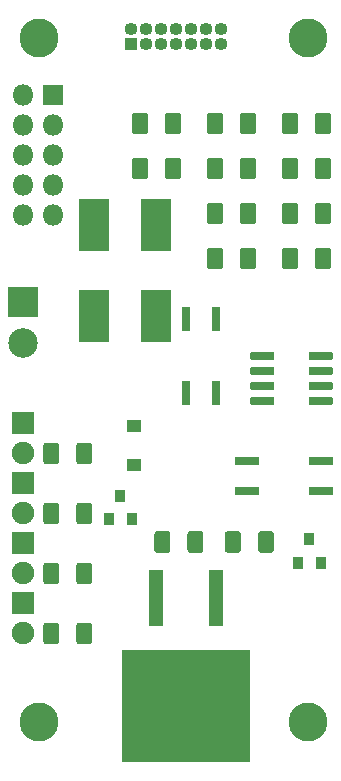
<source format=gbr>
%TF.GenerationSoftware,KiCad,Pcbnew,5.1.5+dfsg1-2build2*%
%TF.CreationDate,2021-11-04T20:17:12+01:00*%
%TF.ProjectId,ebus-adapter,65627573-2d61-4646-9170-7465722e6b69,rev?*%
%TF.SameCoordinates,Original*%
%TF.FileFunction,Soldermask,Top*%
%TF.FilePolarity,Negative*%
%FSLAX46Y46*%
G04 Gerber Fmt 4.6, Leading zero omitted, Abs format (unit mm)*
G04 Created by KiCad (PCBNEW 5.1.5+dfsg1-2build2) date 2021-11-04 20:17:12*
%MOMM*%
%LPD*%
G04 APERTURE LIST*
%ADD10R,2.500000X4.500000*%
%ADD11O,1.100000X1.100000*%
%ADD12R,1.100000X1.100000*%
%ADD13R,2.100000X0.740000*%
%ADD14R,10.900000X9.500000*%
%ADD15R,1.200000X4.700000*%
%ADD16R,0.740000X2.100000*%
%ADD17O,1.800000X1.800000*%
%ADD18R,1.800000X1.800000*%
%ADD19C,3.300000*%
%ADD20C,0.100000*%
%ADD21R,0.900000X1.000000*%
%ADD22R,1.300000X1.000000*%
%ADD23C,2.500000*%
%ADD24R,2.500000X2.500000*%
%ADD25C,1.900000*%
%ADD26R,1.900000X1.900000*%
G04 APERTURE END LIST*
D10*
%TO.C,D3*%
X76768000Y-110276000D03*
X76768000Y-102576000D03*
X71568000Y-102576000D03*
X71568000Y-110276000D03*
%TD*%
D11*
%TO.C,J8*%
X82296000Y-85979000D03*
X82296000Y-87249000D03*
X81026000Y-85979000D03*
X81026000Y-87249000D03*
X79756000Y-85979000D03*
X79756000Y-87249000D03*
X78486000Y-85979000D03*
X78486000Y-87249000D03*
X77216000Y-85979000D03*
X77216000Y-87249000D03*
X75946000Y-85979000D03*
X75946000Y-87249000D03*
X74676000Y-85979000D03*
D12*
X74676000Y-87249000D03*
%TD*%
D13*
%TO.C,U4*%
X84480000Y-125095000D03*
X84480000Y-122555000D03*
X90780000Y-122555000D03*
X90780000Y-125095000D03*
%TD*%
D14*
%TO.C,U3*%
X79375000Y-143329000D03*
D15*
X76835000Y-134179000D03*
X81915000Y-134179000D03*
%TD*%
D16*
%TO.C,U2*%
X81915000Y-116815000D03*
X79375000Y-116815000D03*
X79375000Y-110515000D03*
X81915000Y-110515000D03*
%TD*%
D17*
%TO.C,J3*%
X65532000Y-101727000D03*
X68072000Y-101727000D03*
X65532000Y-99187000D03*
X68072000Y-99187000D03*
X65532000Y-96647000D03*
X68072000Y-96647000D03*
X65532000Y-94107000D03*
X68072000Y-94107000D03*
X65532000Y-91567000D03*
D18*
X68072000Y-91567000D03*
%TD*%
D19*
%TO.C,H4*%
X89662000Y-144653000D03*
%TD*%
%TO.C,H3*%
X89662000Y-86741000D03*
%TD*%
%TO.C,H2*%
X66929000Y-144653000D03*
%TD*%
%TO.C,H1*%
X66929000Y-86741000D03*
%TD*%
D20*
%TO.C,U1*%
G36*
X91607153Y-113315843D02*
G01*
X91624141Y-113318363D01*
X91640800Y-113322535D01*
X91656970Y-113328321D01*
X91672494Y-113335664D01*
X91687225Y-113344493D01*
X91701019Y-113354723D01*
X91713744Y-113366256D01*
X91725277Y-113378981D01*
X91735507Y-113392775D01*
X91744336Y-113407506D01*
X91751679Y-113423030D01*
X91757465Y-113439200D01*
X91761637Y-113455859D01*
X91764157Y-113472847D01*
X91765000Y-113490000D01*
X91765000Y-113840000D01*
X91764157Y-113857153D01*
X91761637Y-113874141D01*
X91757465Y-113890800D01*
X91751679Y-113906970D01*
X91744336Y-113922494D01*
X91735507Y-113937225D01*
X91725277Y-113951019D01*
X91713744Y-113963744D01*
X91701019Y-113975277D01*
X91687225Y-113985507D01*
X91672494Y-113994336D01*
X91656970Y-114001679D01*
X91640800Y-114007465D01*
X91624141Y-114011637D01*
X91607153Y-114014157D01*
X91590000Y-114015000D01*
X89890000Y-114015000D01*
X89872847Y-114014157D01*
X89855859Y-114011637D01*
X89839200Y-114007465D01*
X89823030Y-114001679D01*
X89807506Y-113994336D01*
X89792775Y-113985507D01*
X89778981Y-113975277D01*
X89766256Y-113963744D01*
X89754723Y-113951019D01*
X89744493Y-113937225D01*
X89735664Y-113922494D01*
X89728321Y-113906970D01*
X89722535Y-113890800D01*
X89718363Y-113874141D01*
X89715843Y-113857153D01*
X89715000Y-113840000D01*
X89715000Y-113490000D01*
X89715843Y-113472847D01*
X89718363Y-113455859D01*
X89722535Y-113439200D01*
X89728321Y-113423030D01*
X89735664Y-113407506D01*
X89744493Y-113392775D01*
X89754723Y-113378981D01*
X89766256Y-113366256D01*
X89778981Y-113354723D01*
X89792775Y-113344493D01*
X89807506Y-113335664D01*
X89823030Y-113328321D01*
X89839200Y-113322535D01*
X89855859Y-113318363D01*
X89872847Y-113315843D01*
X89890000Y-113315000D01*
X91590000Y-113315000D01*
X91607153Y-113315843D01*
G37*
G36*
X91607153Y-114585843D02*
G01*
X91624141Y-114588363D01*
X91640800Y-114592535D01*
X91656970Y-114598321D01*
X91672494Y-114605664D01*
X91687225Y-114614493D01*
X91701019Y-114624723D01*
X91713744Y-114636256D01*
X91725277Y-114648981D01*
X91735507Y-114662775D01*
X91744336Y-114677506D01*
X91751679Y-114693030D01*
X91757465Y-114709200D01*
X91761637Y-114725859D01*
X91764157Y-114742847D01*
X91765000Y-114760000D01*
X91765000Y-115110000D01*
X91764157Y-115127153D01*
X91761637Y-115144141D01*
X91757465Y-115160800D01*
X91751679Y-115176970D01*
X91744336Y-115192494D01*
X91735507Y-115207225D01*
X91725277Y-115221019D01*
X91713744Y-115233744D01*
X91701019Y-115245277D01*
X91687225Y-115255507D01*
X91672494Y-115264336D01*
X91656970Y-115271679D01*
X91640800Y-115277465D01*
X91624141Y-115281637D01*
X91607153Y-115284157D01*
X91590000Y-115285000D01*
X89890000Y-115285000D01*
X89872847Y-115284157D01*
X89855859Y-115281637D01*
X89839200Y-115277465D01*
X89823030Y-115271679D01*
X89807506Y-115264336D01*
X89792775Y-115255507D01*
X89778981Y-115245277D01*
X89766256Y-115233744D01*
X89754723Y-115221019D01*
X89744493Y-115207225D01*
X89735664Y-115192494D01*
X89728321Y-115176970D01*
X89722535Y-115160800D01*
X89718363Y-115144141D01*
X89715843Y-115127153D01*
X89715000Y-115110000D01*
X89715000Y-114760000D01*
X89715843Y-114742847D01*
X89718363Y-114725859D01*
X89722535Y-114709200D01*
X89728321Y-114693030D01*
X89735664Y-114677506D01*
X89744493Y-114662775D01*
X89754723Y-114648981D01*
X89766256Y-114636256D01*
X89778981Y-114624723D01*
X89792775Y-114614493D01*
X89807506Y-114605664D01*
X89823030Y-114598321D01*
X89839200Y-114592535D01*
X89855859Y-114588363D01*
X89872847Y-114585843D01*
X89890000Y-114585000D01*
X91590000Y-114585000D01*
X91607153Y-114585843D01*
G37*
G36*
X91607153Y-115855843D02*
G01*
X91624141Y-115858363D01*
X91640800Y-115862535D01*
X91656970Y-115868321D01*
X91672494Y-115875664D01*
X91687225Y-115884493D01*
X91701019Y-115894723D01*
X91713744Y-115906256D01*
X91725277Y-115918981D01*
X91735507Y-115932775D01*
X91744336Y-115947506D01*
X91751679Y-115963030D01*
X91757465Y-115979200D01*
X91761637Y-115995859D01*
X91764157Y-116012847D01*
X91765000Y-116030000D01*
X91765000Y-116380000D01*
X91764157Y-116397153D01*
X91761637Y-116414141D01*
X91757465Y-116430800D01*
X91751679Y-116446970D01*
X91744336Y-116462494D01*
X91735507Y-116477225D01*
X91725277Y-116491019D01*
X91713744Y-116503744D01*
X91701019Y-116515277D01*
X91687225Y-116525507D01*
X91672494Y-116534336D01*
X91656970Y-116541679D01*
X91640800Y-116547465D01*
X91624141Y-116551637D01*
X91607153Y-116554157D01*
X91590000Y-116555000D01*
X89890000Y-116555000D01*
X89872847Y-116554157D01*
X89855859Y-116551637D01*
X89839200Y-116547465D01*
X89823030Y-116541679D01*
X89807506Y-116534336D01*
X89792775Y-116525507D01*
X89778981Y-116515277D01*
X89766256Y-116503744D01*
X89754723Y-116491019D01*
X89744493Y-116477225D01*
X89735664Y-116462494D01*
X89728321Y-116446970D01*
X89722535Y-116430800D01*
X89718363Y-116414141D01*
X89715843Y-116397153D01*
X89715000Y-116380000D01*
X89715000Y-116030000D01*
X89715843Y-116012847D01*
X89718363Y-115995859D01*
X89722535Y-115979200D01*
X89728321Y-115963030D01*
X89735664Y-115947506D01*
X89744493Y-115932775D01*
X89754723Y-115918981D01*
X89766256Y-115906256D01*
X89778981Y-115894723D01*
X89792775Y-115884493D01*
X89807506Y-115875664D01*
X89823030Y-115868321D01*
X89839200Y-115862535D01*
X89855859Y-115858363D01*
X89872847Y-115855843D01*
X89890000Y-115855000D01*
X91590000Y-115855000D01*
X91607153Y-115855843D01*
G37*
G36*
X91607153Y-117125843D02*
G01*
X91624141Y-117128363D01*
X91640800Y-117132535D01*
X91656970Y-117138321D01*
X91672494Y-117145664D01*
X91687225Y-117154493D01*
X91701019Y-117164723D01*
X91713744Y-117176256D01*
X91725277Y-117188981D01*
X91735507Y-117202775D01*
X91744336Y-117217506D01*
X91751679Y-117233030D01*
X91757465Y-117249200D01*
X91761637Y-117265859D01*
X91764157Y-117282847D01*
X91765000Y-117300000D01*
X91765000Y-117650000D01*
X91764157Y-117667153D01*
X91761637Y-117684141D01*
X91757465Y-117700800D01*
X91751679Y-117716970D01*
X91744336Y-117732494D01*
X91735507Y-117747225D01*
X91725277Y-117761019D01*
X91713744Y-117773744D01*
X91701019Y-117785277D01*
X91687225Y-117795507D01*
X91672494Y-117804336D01*
X91656970Y-117811679D01*
X91640800Y-117817465D01*
X91624141Y-117821637D01*
X91607153Y-117824157D01*
X91590000Y-117825000D01*
X89890000Y-117825000D01*
X89872847Y-117824157D01*
X89855859Y-117821637D01*
X89839200Y-117817465D01*
X89823030Y-117811679D01*
X89807506Y-117804336D01*
X89792775Y-117795507D01*
X89778981Y-117785277D01*
X89766256Y-117773744D01*
X89754723Y-117761019D01*
X89744493Y-117747225D01*
X89735664Y-117732494D01*
X89728321Y-117716970D01*
X89722535Y-117700800D01*
X89718363Y-117684141D01*
X89715843Y-117667153D01*
X89715000Y-117650000D01*
X89715000Y-117300000D01*
X89715843Y-117282847D01*
X89718363Y-117265859D01*
X89722535Y-117249200D01*
X89728321Y-117233030D01*
X89735664Y-117217506D01*
X89744493Y-117202775D01*
X89754723Y-117188981D01*
X89766256Y-117176256D01*
X89778981Y-117164723D01*
X89792775Y-117154493D01*
X89807506Y-117145664D01*
X89823030Y-117138321D01*
X89839200Y-117132535D01*
X89855859Y-117128363D01*
X89872847Y-117125843D01*
X89890000Y-117125000D01*
X91590000Y-117125000D01*
X91607153Y-117125843D01*
G37*
G36*
X86657153Y-117125843D02*
G01*
X86674141Y-117128363D01*
X86690800Y-117132535D01*
X86706970Y-117138321D01*
X86722494Y-117145664D01*
X86737225Y-117154493D01*
X86751019Y-117164723D01*
X86763744Y-117176256D01*
X86775277Y-117188981D01*
X86785507Y-117202775D01*
X86794336Y-117217506D01*
X86801679Y-117233030D01*
X86807465Y-117249200D01*
X86811637Y-117265859D01*
X86814157Y-117282847D01*
X86815000Y-117300000D01*
X86815000Y-117650000D01*
X86814157Y-117667153D01*
X86811637Y-117684141D01*
X86807465Y-117700800D01*
X86801679Y-117716970D01*
X86794336Y-117732494D01*
X86785507Y-117747225D01*
X86775277Y-117761019D01*
X86763744Y-117773744D01*
X86751019Y-117785277D01*
X86737225Y-117795507D01*
X86722494Y-117804336D01*
X86706970Y-117811679D01*
X86690800Y-117817465D01*
X86674141Y-117821637D01*
X86657153Y-117824157D01*
X86640000Y-117825000D01*
X84940000Y-117825000D01*
X84922847Y-117824157D01*
X84905859Y-117821637D01*
X84889200Y-117817465D01*
X84873030Y-117811679D01*
X84857506Y-117804336D01*
X84842775Y-117795507D01*
X84828981Y-117785277D01*
X84816256Y-117773744D01*
X84804723Y-117761019D01*
X84794493Y-117747225D01*
X84785664Y-117732494D01*
X84778321Y-117716970D01*
X84772535Y-117700800D01*
X84768363Y-117684141D01*
X84765843Y-117667153D01*
X84765000Y-117650000D01*
X84765000Y-117300000D01*
X84765843Y-117282847D01*
X84768363Y-117265859D01*
X84772535Y-117249200D01*
X84778321Y-117233030D01*
X84785664Y-117217506D01*
X84794493Y-117202775D01*
X84804723Y-117188981D01*
X84816256Y-117176256D01*
X84828981Y-117164723D01*
X84842775Y-117154493D01*
X84857506Y-117145664D01*
X84873030Y-117138321D01*
X84889200Y-117132535D01*
X84905859Y-117128363D01*
X84922847Y-117125843D01*
X84940000Y-117125000D01*
X86640000Y-117125000D01*
X86657153Y-117125843D01*
G37*
G36*
X86657153Y-115855843D02*
G01*
X86674141Y-115858363D01*
X86690800Y-115862535D01*
X86706970Y-115868321D01*
X86722494Y-115875664D01*
X86737225Y-115884493D01*
X86751019Y-115894723D01*
X86763744Y-115906256D01*
X86775277Y-115918981D01*
X86785507Y-115932775D01*
X86794336Y-115947506D01*
X86801679Y-115963030D01*
X86807465Y-115979200D01*
X86811637Y-115995859D01*
X86814157Y-116012847D01*
X86815000Y-116030000D01*
X86815000Y-116380000D01*
X86814157Y-116397153D01*
X86811637Y-116414141D01*
X86807465Y-116430800D01*
X86801679Y-116446970D01*
X86794336Y-116462494D01*
X86785507Y-116477225D01*
X86775277Y-116491019D01*
X86763744Y-116503744D01*
X86751019Y-116515277D01*
X86737225Y-116525507D01*
X86722494Y-116534336D01*
X86706970Y-116541679D01*
X86690800Y-116547465D01*
X86674141Y-116551637D01*
X86657153Y-116554157D01*
X86640000Y-116555000D01*
X84940000Y-116555000D01*
X84922847Y-116554157D01*
X84905859Y-116551637D01*
X84889200Y-116547465D01*
X84873030Y-116541679D01*
X84857506Y-116534336D01*
X84842775Y-116525507D01*
X84828981Y-116515277D01*
X84816256Y-116503744D01*
X84804723Y-116491019D01*
X84794493Y-116477225D01*
X84785664Y-116462494D01*
X84778321Y-116446970D01*
X84772535Y-116430800D01*
X84768363Y-116414141D01*
X84765843Y-116397153D01*
X84765000Y-116380000D01*
X84765000Y-116030000D01*
X84765843Y-116012847D01*
X84768363Y-115995859D01*
X84772535Y-115979200D01*
X84778321Y-115963030D01*
X84785664Y-115947506D01*
X84794493Y-115932775D01*
X84804723Y-115918981D01*
X84816256Y-115906256D01*
X84828981Y-115894723D01*
X84842775Y-115884493D01*
X84857506Y-115875664D01*
X84873030Y-115868321D01*
X84889200Y-115862535D01*
X84905859Y-115858363D01*
X84922847Y-115855843D01*
X84940000Y-115855000D01*
X86640000Y-115855000D01*
X86657153Y-115855843D01*
G37*
G36*
X86657153Y-114585843D02*
G01*
X86674141Y-114588363D01*
X86690800Y-114592535D01*
X86706970Y-114598321D01*
X86722494Y-114605664D01*
X86737225Y-114614493D01*
X86751019Y-114624723D01*
X86763744Y-114636256D01*
X86775277Y-114648981D01*
X86785507Y-114662775D01*
X86794336Y-114677506D01*
X86801679Y-114693030D01*
X86807465Y-114709200D01*
X86811637Y-114725859D01*
X86814157Y-114742847D01*
X86815000Y-114760000D01*
X86815000Y-115110000D01*
X86814157Y-115127153D01*
X86811637Y-115144141D01*
X86807465Y-115160800D01*
X86801679Y-115176970D01*
X86794336Y-115192494D01*
X86785507Y-115207225D01*
X86775277Y-115221019D01*
X86763744Y-115233744D01*
X86751019Y-115245277D01*
X86737225Y-115255507D01*
X86722494Y-115264336D01*
X86706970Y-115271679D01*
X86690800Y-115277465D01*
X86674141Y-115281637D01*
X86657153Y-115284157D01*
X86640000Y-115285000D01*
X84940000Y-115285000D01*
X84922847Y-115284157D01*
X84905859Y-115281637D01*
X84889200Y-115277465D01*
X84873030Y-115271679D01*
X84857506Y-115264336D01*
X84842775Y-115255507D01*
X84828981Y-115245277D01*
X84816256Y-115233744D01*
X84804723Y-115221019D01*
X84794493Y-115207225D01*
X84785664Y-115192494D01*
X84778321Y-115176970D01*
X84772535Y-115160800D01*
X84768363Y-115144141D01*
X84765843Y-115127153D01*
X84765000Y-115110000D01*
X84765000Y-114760000D01*
X84765843Y-114742847D01*
X84768363Y-114725859D01*
X84772535Y-114709200D01*
X84778321Y-114693030D01*
X84785664Y-114677506D01*
X84794493Y-114662775D01*
X84804723Y-114648981D01*
X84816256Y-114636256D01*
X84828981Y-114624723D01*
X84842775Y-114614493D01*
X84857506Y-114605664D01*
X84873030Y-114598321D01*
X84889200Y-114592535D01*
X84905859Y-114588363D01*
X84922847Y-114585843D01*
X84940000Y-114585000D01*
X86640000Y-114585000D01*
X86657153Y-114585843D01*
G37*
G36*
X86657153Y-113315843D02*
G01*
X86674141Y-113318363D01*
X86690800Y-113322535D01*
X86706970Y-113328321D01*
X86722494Y-113335664D01*
X86737225Y-113344493D01*
X86751019Y-113354723D01*
X86763744Y-113366256D01*
X86775277Y-113378981D01*
X86785507Y-113392775D01*
X86794336Y-113407506D01*
X86801679Y-113423030D01*
X86807465Y-113439200D01*
X86811637Y-113455859D01*
X86814157Y-113472847D01*
X86815000Y-113490000D01*
X86815000Y-113840000D01*
X86814157Y-113857153D01*
X86811637Y-113874141D01*
X86807465Y-113890800D01*
X86801679Y-113906970D01*
X86794336Y-113922494D01*
X86785507Y-113937225D01*
X86775277Y-113951019D01*
X86763744Y-113963744D01*
X86751019Y-113975277D01*
X86737225Y-113985507D01*
X86722494Y-113994336D01*
X86706970Y-114001679D01*
X86690800Y-114007465D01*
X86674141Y-114011637D01*
X86657153Y-114014157D01*
X86640000Y-114015000D01*
X84940000Y-114015000D01*
X84922847Y-114014157D01*
X84905859Y-114011637D01*
X84889200Y-114007465D01*
X84873030Y-114001679D01*
X84857506Y-113994336D01*
X84842775Y-113985507D01*
X84828981Y-113975277D01*
X84816256Y-113963744D01*
X84804723Y-113951019D01*
X84794493Y-113937225D01*
X84785664Y-113922494D01*
X84778321Y-113906970D01*
X84772535Y-113890800D01*
X84768363Y-113874141D01*
X84765843Y-113857153D01*
X84765000Y-113840000D01*
X84765000Y-113490000D01*
X84765843Y-113472847D01*
X84768363Y-113455859D01*
X84772535Y-113439200D01*
X84778321Y-113423030D01*
X84785664Y-113407506D01*
X84794493Y-113392775D01*
X84804723Y-113378981D01*
X84816256Y-113366256D01*
X84828981Y-113354723D01*
X84842775Y-113344493D01*
X84857506Y-113335664D01*
X84873030Y-113328321D01*
X84889200Y-113322535D01*
X84905859Y-113318363D01*
X84922847Y-113315843D01*
X84940000Y-113315000D01*
X86640000Y-113315000D01*
X86657153Y-113315843D01*
G37*
%TD*%
D21*
%TO.C,Q1*%
X73787000Y-125492000D03*
X74737000Y-127492000D03*
X72837000Y-127492000D03*
%TD*%
%TO.C,D7*%
X89789000Y-129175000D03*
X90739000Y-131175000D03*
X88839000Y-131175000D03*
%TD*%
D22*
%TO.C,D1*%
X74930000Y-122935000D03*
X74930000Y-119635000D03*
%TD*%
D20*
%TO.C,R19*%
G36*
X71173465Y-120996300D02*
G01*
X71199674Y-121000188D01*
X71225377Y-121006626D01*
X71250325Y-121015553D01*
X71274277Y-121026881D01*
X71297004Y-121040503D01*
X71318286Y-121056287D01*
X71337919Y-121074081D01*
X71355713Y-121093714D01*
X71371497Y-121114996D01*
X71385119Y-121137723D01*
X71396447Y-121161675D01*
X71405374Y-121186623D01*
X71411812Y-121212326D01*
X71415700Y-121238535D01*
X71417000Y-121265000D01*
X71417000Y-122575000D01*
X71415700Y-122601465D01*
X71411812Y-122627674D01*
X71405374Y-122653377D01*
X71396447Y-122678325D01*
X71385119Y-122702277D01*
X71371497Y-122725004D01*
X71355713Y-122746286D01*
X71337919Y-122765919D01*
X71318286Y-122783713D01*
X71297004Y-122799497D01*
X71274277Y-122813119D01*
X71250325Y-122824447D01*
X71225377Y-122833374D01*
X71199674Y-122839812D01*
X71173465Y-122843700D01*
X71147000Y-122845000D01*
X70337000Y-122845000D01*
X70310535Y-122843700D01*
X70284326Y-122839812D01*
X70258623Y-122833374D01*
X70233675Y-122824447D01*
X70209723Y-122813119D01*
X70186996Y-122799497D01*
X70165714Y-122783713D01*
X70146081Y-122765919D01*
X70128287Y-122746286D01*
X70112503Y-122725004D01*
X70098881Y-122702277D01*
X70087553Y-122678325D01*
X70078626Y-122653377D01*
X70072188Y-122627674D01*
X70068300Y-122601465D01*
X70067000Y-122575000D01*
X70067000Y-121265000D01*
X70068300Y-121238535D01*
X70072188Y-121212326D01*
X70078626Y-121186623D01*
X70087553Y-121161675D01*
X70098881Y-121137723D01*
X70112503Y-121114996D01*
X70128287Y-121093714D01*
X70146081Y-121074081D01*
X70165714Y-121056287D01*
X70186996Y-121040503D01*
X70209723Y-121026881D01*
X70233675Y-121015553D01*
X70258623Y-121006626D01*
X70284326Y-121000188D01*
X70310535Y-120996300D01*
X70337000Y-120995000D01*
X71147000Y-120995000D01*
X71173465Y-120996300D01*
G37*
G36*
X68373465Y-120996300D02*
G01*
X68399674Y-121000188D01*
X68425377Y-121006626D01*
X68450325Y-121015553D01*
X68474277Y-121026881D01*
X68497004Y-121040503D01*
X68518286Y-121056287D01*
X68537919Y-121074081D01*
X68555713Y-121093714D01*
X68571497Y-121114996D01*
X68585119Y-121137723D01*
X68596447Y-121161675D01*
X68605374Y-121186623D01*
X68611812Y-121212326D01*
X68615700Y-121238535D01*
X68617000Y-121265000D01*
X68617000Y-122575000D01*
X68615700Y-122601465D01*
X68611812Y-122627674D01*
X68605374Y-122653377D01*
X68596447Y-122678325D01*
X68585119Y-122702277D01*
X68571497Y-122725004D01*
X68555713Y-122746286D01*
X68537919Y-122765919D01*
X68518286Y-122783713D01*
X68497004Y-122799497D01*
X68474277Y-122813119D01*
X68450325Y-122824447D01*
X68425377Y-122833374D01*
X68399674Y-122839812D01*
X68373465Y-122843700D01*
X68347000Y-122845000D01*
X67537000Y-122845000D01*
X67510535Y-122843700D01*
X67484326Y-122839812D01*
X67458623Y-122833374D01*
X67433675Y-122824447D01*
X67409723Y-122813119D01*
X67386996Y-122799497D01*
X67365714Y-122783713D01*
X67346081Y-122765919D01*
X67328287Y-122746286D01*
X67312503Y-122725004D01*
X67298881Y-122702277D01*
X67287553Y-122678325D01*
X67278626Y-122653377D01*
X67272188Y-122627674D01*
X67268300Y-122601465D01*
X67267000Y-122575000D01*
X67267000Y-121265000D01*
X67268300Y-121238535D01*
X67272188Y-121212326D01*
X67278626Y-121186623D01*
X67287553Y-121161675D01*
X67298881Y-121137723D01*
X67312503Y-121114996D01*
X67328287Y-121093714D01*
X67346081Y-121074081D01*
X67365714Y-121056287D01*
X67386996Y-121040503D01*
X67409723Y-121026881D01*
X67433675Y-121015553D01*
X67458623Y-121006626D01*
X67484326Y-121000188D01*
X67510535Y-120996300D01*
X67537000Y-120995000D01*
X68347000Y-120995000D01*
X68373465Y-120996300D01*
G37*
%TD*%
%TO.C,R17*%
G36*
X71173465Y-136236300D02*
G01*
X71199674Y-136240188D01*
X71225377Y-136246626D01*
X71250325Y-136255553D01*
X71274277Y-136266881D01*
X71297004Y-136280503D01*
X71318286Y-136296287D01*
X71337919Y-136314081D01*
X71355713Y-136333714D01*
X71371497Y-136354996D01*
X71385119Y-136377723D01*
X71396447Y-136401675D01*
X71405374Y-136426623D01*
X71411812Y-136452326D01*
X71415700Y-136478535D01*
X71417000Y-136505000D01*
X71417000Y-137815000D01*
X71415700Y-137841465D01*
X71411812Y-137867674D01*
X71405374Y-137893377D01*
X71396447Y-137918325D01*
X71385119Y-137942277D01*
X71371497Y-137965004D01*
X71355713Y-137986286D01*
X71337919Y-138005919D01*
X71318286Y-138023713D01*
X71297004Y-138039497D01*
X71274277Y-138053119D01*
X71250325Y-138064447D01*
X71225377Y-138073374D01*
X71199674Y-138079812D01*
X71173465Y-138083700D01*
X71147000Y-138085000D01*
X70337000Y-138085000D01*
X70310535Y-138083700D01*
X70284326Y-138079812D01*
X70258623Y-138073374D01*
X70233675Y-138064447D01*
X70209723Y-138053119D01*
X70186996Y-138039497D01*
X70165714Y-138023713D01*
X70146081Y-138005919D01*
X70128287Y-137986286D01*
X70112503Y-137965004D01*
X70098881Y-137942277D01*
X70087553Y-137918325D01*
X70078626Y-137893377D01*
X70072188Y-137867674D01*
X70068300Y-137841465D01*
X70067000Y-137815000D01*
X70067000Y-136505000D01*
X70068300Y-136478535D01*
X70072188Y-136452326D01*
X70078626Y-136426623D01*
X70087553Y-136401675D01*
X70098881Y-136377723D01*
X70112503Y-136354996D01*
X70128287Y-136333714D01*
X70146081Y-136314081D01*
X70165714Y-136296287D01*
X70186996Y-136280503D01*
X70209723Y-136266881D01*
X70233675Y-136255553D01*
X70258623Y-136246626D01*
X70284326Y-136240188D01*
X70310535Y-136236300D01*
X70337000Y-136235000D01*
X71147000Y-136235000D01*
X71173465Y-136236300D01*
G37*
G36*
X68373465Y-136236300D02*
G01*
X68399674Y-136240188D01*
X68425377Y-136246626D01*
X68450325Y-136255553D01*
X68474277Y-136266881D01*
X68497004Y-136280503D01*
X68518286Y-136296287D01*
X68537919Y-136314081D01*
X68555713Y-136333714D01*
X68571497Y-136354996D01*
X68585119Y-136377723D01*
X68596447Y-136401675D01*
X68605374Y-136426623D01*
X68611812Y-136452326D01*
X68615700Y-136478535D01*
X68617000Y-136505000D01*
X68617000Y-137815000D01*
X68615700Y-137841465D01*
X68611812Y-137867674D01*
X68605374Y-137893377D01*
X68596447Y-137918325D01*
X68585119Y-137942277D01*
X68571497Y-137965004D01*
X68555713Y-137986286D01*
X68537919Y-138005919D01*
X68518286Y-138023713D01*
X68497004Y-138039497D01*
X68474277Y-138053119D01*
X68450325Y-138064447D01*
X68425377Y-138073374D01*
X68399674Y-138079812D01*
X68373465Y-138083700D01*
X68347000Y-138085000D01*
X67537000Y-138085000D01*
X67510535Y-138083700D01*
X67484326Y-138079812D01*
X67458623Y-138073374D01*
X67433675Y-138064447D01*
X67409723Y-138053119D01*
X67386996Y-138039497D01*
X67365714Y-138023713D01*
X67346081Y-138005919D01*
X67328287Y-137986286D01*
X67312503Y-137965004D01*
X67298881Y-137942277D01*
X67287553Y-137918325D01*
X67278626Y-137893377D01*
X67272188Y-137867674D01*
X67268300Y-137841465D01*
X67267000Y-137815000D01*
X67267000Y-136505000D01*
X67268300Y-136478535D01*
X67272188Y-136452326D01*
X67278626Y-136426623D01*
X67287553Y-136401675D01*
X67298881Y-136377723D01*
X67312503Y-136354996D01*
X67328287Y-136333714D01*
X67346081Y-136314081D01*
X67365714Y-136296287D01*
X67386996Y-136280503D01*
X67409723Y-136266881D01*
X67433675Y-136255553D01*
X67458623Y-136246626D01*
X67484326Y-136240188D01*
X67510535Y-136236300D01*
X67537000Y-136235000D01*
X68347000Y-136235000D01*
X68373465Y-136236300D01*
G37*
%TD*%
%TO.C,R16*%
G36*
X71173465Y-126076300D02*
G01*
X71199674Y-126080188D01*
X71225377Y-126086626D01*
X71250325Y-126095553D01*
X71274277Y-126106881D01*
X71297004Y-126120503D01*
X71318286Y-126136287D01*
X71337919Y-126154081D01*
X71355713Y-126173714D01*
X71371497Y-126194996D01*
X71385119Y-126217723D01*
X71396447Y-126241675D01*
X71405374Y-126266623D01*
X71411812Y-126292326D01*
X71415700Y-126318535D01*
X71417000Y-126345000D01*
X71417000Y-127655000D01*
X71415700Y-127681465D01*
X71411812Y-127707674D01*
X71405374Y-127733377D01*
X71396447Y-127758325D01*
X71385119Y-127782277D01*
X71371497Y-127805004D01*
X71355713Y-127826286D01*
X71337919Y-127845919D01*
X71318286Y-127863713D01*
X71297004Y-127879497D01*
X71274277Y-127893119D01*
X71250325Y-127904447D01*
X71225377Y-127913374D01*
X71199674Y-127919812D01*
X71173465Y-127923700D01*
X71147000Y-127925000D01*
X70337000Y-127925000D01*
X70310535Y-127923700D01*
X70284326Y-127919812D01*
X70258623Y-127913374D01*
X70233675Y-127904447D01*
X70209723Y-127893119D01*
X70186996Y-127879497D01*
X70165714Y-127863713D01*
X70146081Y-127845919D01*
X70128287Y-127826286D01*
X70112503Y-127805004D01*
X70098881Y-127782277D01*
X70087553Y-127758325D01*
X70078626Y-127733377D01*
X70072188Y-127707674D01*
X70068300Y-127681465D01*
X70067000Y-127655000D01*
X70067000Y-126345000D01*
X70068300Y-126318535D01*
X70072188Y-126292326D01*
X70078626Y-126266623D01*
X70087553Y-126241675D01*
X70098881Y-126217723D01*
X70112503Y-126194996D01*
X70128287Y-126173714D01*
X70146081Y-126154081D01*
X70165714Y-126136287D01*
X70186996Y-126120503D01*
X70209723Y-126106881D01*
X70233675Y-126095553D01*
X70258623Y-126086626D01*
X70284326Y-126080188D01*
X70310535Y-126076300D01*
X70337000Y-126075000D01*
X71147000Y-126075000D01*
X71173465Y-126076300D01*
G37*
G36*
X68373465Y-126076300D02*
G01*
X68399674Y-126080188D01*
X68425377Y-126086626D01*
X68450325Y-126095553D01*
X68474277Y-126106881D01*
X68497004Y-126120503D01*
X68518286Y-126136287D01*
X68537919Y-126154081D01*
X68555713Y-126173714D01*
X68571497Y-126194996D01*
X68585119Y-126217723D01*
X68596447Y-126241675D01*
X68605374Y-126266623D01*
X68611812Y-126292326D01*
X68615700Y-126318535D01*
X68617000Y-126345000D01*
X68617000Y-127655000D01*
X68615700Y-127681465D01*
X68611812Y-127707674D01*
X68605374Y-127733377D01*
X68596447Y-127758325D01*
X68585119Y-127782277D01*
X68571497Y-127805004D01*
X68555713Y-127826286D01*
X68537919Y-127845919D01*
X68518286Y-127863713D01*
X68497004Y-127879497D01*
X68474277Y-127893119D01*
X68450325Y-127904447D01*
X68425377Y-127913374D01*
X68399674Y-127919812D01*
X68373465Y-127923700D01*
X68347000Y-127925000D01*
X67537000Y-127925000D01*
X67510535Y-127923700D01*
X67484326Y-127919812D01*
X67458623Y-127913374D01*
X67433675Y-127904447D01*
X67409723Y-127893119D01*
X67386996Y-127879497D01*
X67365714Y-127863713D01*
X67346081Y-127845919D01*
X67328287Y-127826286D01*
X67312503Y-127805004D01*
X67298881Y-127782277D01*
X67287553Y-127758325D01*
X67278626Y-127733377D01*
X67272188Y-127707674D01*
X67268300Y-127681465D01*
X67267000Y-127655000D01*
X67267000Y-126345000D01*
X67268300Y-126318535D01*
X67272188Y-126292326D01*
X67278626Y-126266623D01*
X67287553Y-126241675D01*
X67298881Y-126217723D01*
X67312503Y-126194996D01*
X67328287Y-126173714D01*
X67346081Y-126154081D01*
X67365714Y-126136287D01*
X67386996Y-126120503D01*
X67409723Y-126106881D01*
X67433675Y-126095553D01*
X67458623Y-126086626D01*
X67484326Y-126080188D01*
X67510535Y-126076300D01*
X67537000Y-126075000D01*
X68347000Y-126075000D01*
X68373465Y-126076300D01*
G37*
%TD*%
%TO.C,R15*%
G36*
X78666465Y-93056300D02*
G01*
X78692674Y-93060188D01*
X78718377Y-93066626D01*
X78743325Y-93075553D01*
X78767277Y-93086881D01*
X78790004Y-93100503D01*
X78811286Y-93116287D01*
X78830919Y-93134081D01*
X78848713Y-93153714D01*
X78864497Y-93174996D01*
X78878119Y-93197723D01*
X78889447Y-93221675D01*
X78898374Y-93246623D01*
X78904812Y-93272326D01*
X78908700Y-93298535D01*
X78910000Y-93325000D01*
X78910000Y-94635000D01*
X78908700Y-94661465D01*
X78904812Y-94687674D01*
X78898374Y-94713377D01*
X78889447Y-94738325D01*
X78878119Y-94762277D01*
X78864497Y-94785004D01*
X78848713Y-94806286D01*
X78830919Y-94825919D01*
X78811286Y-94843713D01*
X78790004Y-94859497D01*
X78767277Y-94873119D01*
X78743325Y-94884447D01*
X78718377Y-94893374D01*
X78692674Y-94899812D01*
X78666465Y-94903700D01*
X78640000Y-94905000D01*
X77830000Y-94905000D01*
X77803535Y-94903700D01*
X77777326Y-94899812D01*
X77751623Y-94893374D01*
X77726675Y-94884447D01*
X77702723Y-94873119D01*
X77679996Y-94859497D01*
X77658714Y-94843713D01*
X77639081Y-94825919D01*
X77621287Y-94806286D01*
X77605503Y-94785004D01*
X77591881Y-94762277D01*
X77580553Y-94738325D01*
X77571626Y-94713377D01*
X77565188Y-94687674D01*
X77561300Y-94661465D01*
X77560000Y-94635000D01*
X77560000Y-93325000D01*
X77561300Y-93298535D01*
X77565188Y-93272326D01*
X77571626Y-93246623D01*
X77580553Y-93221675D01*
X77591881Y-93197723D01*
X77605503Y-93174996D01*
X77621287Y-93153714D01*
X77639081Y-93134081D01*
X77658714Y-93116287D01*
X77679996Y-93100503D01*
X77702723Y-93086881D01*
X77726675Y-93075553D01*
X77751623Y-93066626D01*
X77777326Y-93060188D01*
X77803535Y-93056300D01*
X77830000Y-93055000D01*
X78640000Y-93055000D01*
X78666465Y-93056300D01*
G37*
G36*
X75866465Y-93056300D02*
G01*
X75892674Y-93060188D01*
X75918377Y-93066626D01*
X75943325Y-93075553D01*
X75967277Y-93086881D01*
X75990004Y-93100503D01*
X76011286Y-93116287D01*
X76030919Y-93134081D01*
X76048713Y-93153714D01*
X76064497Y-93174996D01*
X76078119Y-93197723D01*
X76089447Y-93221675D01*
X76098374Y-93246623D01*
X76104812Y-93272326D01*
X76108700Y-93298535D01*
X76110000Y-93325000D01*
X76110000Y-94635000D01*
X76108700Y-94661465D01*
X76104812Y-94687674D01*
X76098374Y-94713377D01*
X76089447Y-94738325D01*
X76078119Y-94762277D01*
X76064497Y-94785004D01*
X76048713Y-94806286D01*
X76030919Y-94825919D01*
X76011286Y-94843713D01*
X75990004Y-94859497D01*
X75967277Y-94873119D01*
X75943325Y-94884447D01*
X75918377Y-94893374D01*
X75892674Y-94899812D01*
X75866465Y-94903700D01*
X75840000Y-94905000D01*
X75030000Y-94905000D01*
X75003535Y-94903700D01*
X74977326Y-94899812D01*
X74951623Y-94893374D01*
X74926675Y-94884447D01*
X74902723Y-94873119D01*
X74879996Y-94859497D01*
X74858714Y-94843713D01*
X74839081Y-94825919D01*
X74821287Y-94806286D01*
X74805503Y-94785004D01*
X74791881Y-94762277D01*
X74780553Y-94738325D01*
X74771626Y-94713377D01*
X74765188Y-94687674D01*
X74761300Y-94661465D01*
X74760000Y-94635000D01*
X74760000Y-93325000D01*
X74761300Y-93298535D01*
X74765188Y-93272326D01*
X74771626Y-93246623D01*
X74780553Y-93221675D01*
X74791881Y-93197723D01*
X74805503Y-93174996D01*
X74821287Y-93153714D01*
X74839081Y-93134081D01*
X74858714Y-93116287D01*
X74879996Y-93100503D01*
X74902723Y-93086881D01*
X74926675Y-93075553D01*
X74951623Y-93066626D01*
X74977326Y-93060188D01*
X75003535Y-93056300D01*
X75030000Y-93055000D01*
X75840000Y-93055000D01*
X75866465Y-93056300D01*
G37*
%TD*%
%TO.C,R14*%
G36*
X82216465Y-104486300D02*
G01*
X82242674Y-104490188D01*
X82268377Y-104496626D01*
X82293325Y-104505553D01*
X82317277Y-104516881D01*
X82340004Y-104530503D01*
X82361286Y-104546287D01*
X82380919Y-104564081D01*
X82398713Y-104583714D01*
X82414497Y-104604996D01*
X82428119Y-104627723D01*
X82439447Y-104651675D01*
X82448374Y-104676623D01*
X82454812Y-104702326D01*
X82458700Y-104728535D01*
X82460000Y-104755000D01*
X82460000Y-106065000D01*
X82458700Y-106091465D01*
X82454812Y-106117674D01*
X82448374Y-106143377D01*
X82439447Y-106168325D01*
X82428119Y-106192277D01*
X82414497Y-106215004D01*
X82398713Y-106236286D01*
X82380919Y-106255919D01*
X82361286Y-106273713D01*
X82340004Y-106289497D01*
X82317277Y-106303119D01*
X82293325Y-106314447D01*
X82268377Y-106323374D01*
X82242674Y-106329812D01*
X82216465Y-106333700D01*
X82190000Y-106335000D01*
X81380000Y-106335000D01*
X81353535Y-106333700D01*
X81327326Y-106329812D01*
X81301623Y-106323374D01*
X81276675Y-106314447D01*
X81252723Y-106303119D01*
X81229996Y-106289497D01*
X81208714Y-106273713D01*
X81189081Y-106255919D01*
X81171287Y-106236286D01*
X81155503Y-106215004D01*
X81141881Y-106192277D01*
X81130553Y-106168325D01*
X81121626Y-106143377D01*
X81115188Y-106117674D01*
X81111300Y-106091465D01*
X81110000Y-106065000D01*
X81110000Y-104755000D01*
X81111300Y-104728535D01*
X81115188Y-104702326D01*
X81121626Y-104676623D01*
X81130553Y-104651675D01*
X81141881Y-104627723D01*
X81155503Y-104604996D01*
X81171287Y-104583714D01*
X81189081Y-104564081D01*
X81208714Y-104546287D01*
X81229996Y-104530503D01*
X81252723Y-104516881D01*
X81276675Y-104505553D01*
X81301623Y-104496626D01*
X81327326Y-104490188D01*
X81353535Y-104486300D01*
X81380000Y-104485000D01*
X82190000Y-104485000D01*
X82216465Y-104486300D01*
G37*
G36*
X85016465Y-104486300D02*
G01*
X85042674Y-104490188D01*
X85068377Y-104496626D01*
X85093325Y-104505553D01*
X85117277Y-104516881D01*
X85140004Y-104530503D01*
X85161286Y-104546287D01*
X85180919Y-104564081D01*
X85198713Y-104583714D01*
X85214497Y-104604996D01*
X85228119Y-104627723D01*
X85239447Y-104651675D01*
X85248374Y-104676623D01*
X85254812Y-104702326D01*
X85258700Y-104728535D01*
X85260000Y-104755000D01*
X85260000Y-106065000D01*
X85258700Y-106091465D01*
X85254812Y-106117674D01*
X85248374Y-106143377D01*
X85239447Y-106168325D01*
X85228119Y-106192277D01*
X85214497Y-106215004D01*
X85198713Y-106236286D01*
X85180919Y-106255919D01*
X85161286Y-106273713D01*
X85140004Y-106289497D01*
X85117277Y-106303119D01*
X85093325Y-106314447D01*
X85068377Y-106323374D01*
X85042674Y-106329812D01*
X85016465Y-106333700D01*
X84990000Y-106335000D01*
X84180000Y-106335000D01*
X84153535Y-106333700D01*
X84127326Y-106329812D01*
X84101623Y-106323374D01*
X84076675Y-106314447D01*
X84052723Y-106303119D01*
X84029996Y-106289497D01*
X84008714Y-106273713D01*
X83989081Y-106255919D01*
X83971287Y-106236286D01*
X83955503Y-106215004D01*
X83941881Y-106192277D01*
X83930553Y-106168325D01*
X83921626Y-106143377D01*
X83915188Y-106117674D01*
X83911300Y-106091465D01*
X83910000Y-106065000D01*
X83910000Y-104755000D01*
X83911300Y-104728535D01*
X83915188Y-104702326D01*
X83921626Y-104676623D01*
X83930553Y-104651675D01*
X83941881Y-104627723D01*
X83955503Y-104604996D01*
X83971287Y-104583714D01*
X83989081Y-104564081D01*
X84008714Y-104546287D01*
X84029996Y-104530503D01*
X84052723Y-104516881D01*
X84076675Y-104505553D01*
X84101623Y-104496626D01*
X84127326Y-104490188D01*
X84153535Y-104486300D01*
X84180000Y-104485000D01*
X84990000Y-104485000D01*
X85016465Y-104486300D01*
G37*
%TD*%
%TO.C,R13*%
G36*
X91366465Y-93056300D02*
G01*
X91392674Y-93060188D01*
X91418377Y-93066626D01*
X91443325Y-93075553D01*
X91467277Y-93086881D01*
X91490004Y-93100503D01*
X91511286Y-93116287D01*
X91530919Y-93134081D01*
X91548713Y-93153714D01*
X91564497Y-93174996D01*
X91578119Y-93197723D01*
X91589447Y-93221675D01*
X91598374Y-93246623D01*
X91604812Y-93272326D01*
X91608700Y-93298535D01*
X91610000Y-93325000D01*
X91610000Y-94635000D01*
X91608700Y-94661465D01*
X91604812Y-94687674D01*
X91598374Y-94713377D01*
X91589447Y-94738325D01*
X91578119Y-94762277D01*
X91564497Y-94785004D01*
X91548713Y-94806286D01*
X91530919Y-94825919D01*
X91511286Y-94843713D01*
X91490004Y-94859497D01*
X91467277Y-94873119D01*
X91443325Y-94884447D01*
X91418377Y-94893374D01*
X91392674Y-94899812D01*
X91366465Y-94903700D01*
X91340000Y-94905000D01*
X90530000Y-94905000D01*
X90503535Y-94903700D01*
X90477326Y-94899812D01*
X90451623Y-94893374D01*
X90426675Y-94884447D01*
X90402723Y-94873119D01*
X90379996Y-94859497D01*
X90358714Y-94843713D01*
X90339081Y-94825919D01*
X90321287Y-94806286D01*
X90305503Y-94785004D01*
X90291881Y-94762277D01*
X90280553Y-94738325D01*
X90271626Y-94713377D01*
X90265188Y-94687674D01*
X90261300Y-94661465D01*
X90260000Y-94635000D01*
X90260000Y-93325000D01*
X90261300Y-93298535D01*
X90265188Y-93272326D01*
X90271626Y-93246623D01*
X90280553Y-93221675D01*
X90291881Y-93197723D01*
X90305503Y-93174996D01*
X90321287Y-93153714D01*
X90339081Y-93134081D01*
X90358714Y-93116287D01*
X90379996Y-93100503D01*
X90402723Y-93086881D01*
X90426675Y-93075553D01*
X90451623Y-93066626D01*
X90477326Y-93060188D01*
X90503535Y-93056300D01*
X90530000Y-93055000D01*
X91340000Y-93055000D01*
X91366465Y-93056300D01*
G37*
G36*
X88566465Y-93056300D02*
G01*
X88592674Y-93060188D01*
X88618377Y-93066626D01*
X88643325Y-93075553D01*
X88667277Y-93086881D01*
X88690004Y-93100503D01*
X88711286Y-93116287D01*
X88730919Y-93134081D01*
X88748713Y-93153714D01*
X88764497Y-93174996D01*
X88778119Y-93197723D01*
X88789447Y-93221675D01*
X88798374Y-93246623D01*
X88804812Y-93272326D01*
X88808700Y-93298535D01*
X88810000Y-93325000D01*
X88810000Y-94635000D01*
X88808700Y-94661465D01*
X88804812Y-94687674D01*
X88798374Y-94713377D01*
X88789447Y-94738325D01*
X88778119Y-94762277D01*
X88764497Y-94785004D01*
X88748713Y-94806286D01*
X88730919Y-94825919D01*
X88711286Y-94843713D01*
X88690004Y-94859497D01*
X88667277Y-94873119D01*
X88643325Y-94884447D01*
X88618377Y-94893374D01*
X88592674Y-94899812D01*
X88566465Y-94903700D01*
X88540000Y-94905000D01*
X87730000Y-94905000D01*
X87703535Y-94903700D01*
X87677326Y-94899812D01*
X87651623Y-94893374D01*
X87626675Y-94884447D01*
X87602723Y-94873119D01*
X87579996Y-94859497D01*
X87558714Y-94843713D01*
X87539081Y-94825919D01*
X87521287Y-94806286D01*
X87505503Y-94785004D01*
X87491881Y-94762277D01*
X87480553Y-94738325D01*
X87471626Y-94713377D01*
X87465188Y-94687674D01*
X87461300Y-94661465D01*
X87460000Y-94635000D01*
X87460000Y-93325000D01*
X87461300Y-93298535D01*
X87465188Y-93272326D01*
X87471626Y-93246623D01*
X87480553Y-93221675D01*
X87491881Y-93197723D01*
X87505503Y-93174996D01*
X87521287Y-93153714D01*
X87539081Y-93134081D01*
X87558714Y-93116287D01*
X87579996Y-93100503D01*
X87602723Y-93086881D01*
X87626675Y-93075553D01*
X87651623Y-93066626D01*
X87677326Y-93060188D01*
X87703535Y-93056300D01*
X87730000Y-93055000D01*
X88540000Y-93055000D01*
X88566465Y-93056300D01*
G37*
%TD*%
%TO.C,R11*%
G36*
X91366465Y-96866300D02*
G01*
X91392674Y-96870188D01*
X91418377Y-96876626D01*
X91443325Y-96885553D01*
X91467277Y-96896881D01*
X91490004Y-96910503D01*
X91511286Y-96926287D01*
X91530919Y-96944081D01*
X91548713Y-96963714D01*
X91564497Y-96984996D01*
X91578119Y-97007723D01*
X91589447Y-97031675D01*
X91598374Y-97056623D01*
X91604812Y-97082326D01*
X91608700Y-97108535D01*
X91610000Y-97135000D01*
X91610000Y-98445000D01*
X91608700Y-98471465D01*
X91604812Y-98497674D01*
X91598374Y-98523377D01*
X91589447Y-98548325D01*
X91578119Y-98572277D01*
X91564497Y-98595004D01*
X91548713Y-98616286D01*
X91530919Y-98635919D01*
X91511286Y-98653713D01*
X91490004Y-98669497D01*
X91467277Y-98683119D01*
X91443325Y-98694447D01*
X91418377Y-98703374D01*
X91392674Y-98709812D01*
X91366465Y-98713700D01*
X91340000Y-98715000D01*
X90530000Y-98715000D01*
X90503535Y-98713700D01*
X90477326Y-98709812D01*
X90451623Y-98703374D01*
X90426675Y-98694447D01*
X90402723Y-98683119D01*
X90379996Y-98669497D01*
X90358714Y-98653713D01*
X90339081Y-98635919D01*
X90321287Y-98616286D01*
X90305503Y-98595004D01*
X90291881Y-98572277D01*
X90280553Y-98548325D01*
X90271626Y-98523377D01*
X90265188Y-98497674D01*
X90261300Y-98471465D01*
X90260000Y-98445000D01*
X90260000Y-97135000D01*
X90261300Y-97108535D01*
X90265188Y-97082326D01*
X90271626Y-97056623D01*
X90280553Y-97031675D01*
X90291881Y-97007723D01*
X90305503Y-96984996D01*
X90321287Y-96963714D01*
X90339081Y-96944081D01*
X90358714Y-96926287D01*
X90379996Y-96910503D01*
X90402723Y-96896881D01*
X90426675Y-96885553D01*
X90451623Y-96876626D01*
X90477326Y-96870188D01*
X90503535Y-96866300D01*
X90530000Y-96865000D01*
X91340000Y-96865000D01*
X91366465Y-96866300D01*
G37*
G36*
X88566465Y-96866300D02*
G01*
X88592674Y-96870188D01*
X88618377Y-96876626D01*
X88643325Y-96885553D01*
X88667277Y-96896881D01*
X88690004Y-96910503D01*
X88711286Y-96926287D01*
X88730919Y-96944081D01*
X88748713Y-96963714D01*
X88764497Y-96984996D01*
X88778119Y-97007723D01*
X88789447Y-97031675D01*
X88798374Y-97056623D01*
X88804812Y-97082326D01*
X88808700Y-97108535D01*
X88810000Y-97135000D01*
X88810000Y-98445000D01*
X88808700Y-98471465D01*
X88804812Y-98497674D01*
X88798374Y-98523377D01*
X88789447Y-98548325D01*
X88778119Y-98572277D01*
X88764497Y-98595004D01*
X88748713Y-98616286D01*
X88730919Y-98635919D01*
X88711286Y-98653713D01*
X88690004Y-98669497D01*
X88667277Y-98683119D01*
X88643325Y-98694447D01*
X88618377Y-98703374D01*
X88592674Y-98709812D01*
X88566465Y-98713700D01*
X88540000Y-98715000D01*
X87730000Y-98715000D01*
X87703535Y-98713700D01*
X87677326Y-98709812D01*
X87651623Y-98703374D01*
X87626675Y-98694447D01*
X87602723Y-98683119D01*
X87579996Y-98669497D01*
X87558714Y-98653713D01*
X87539081Y-98635919D01*
X87521287Y-98616286D01*
X87505503Y-98595004D01*
X87491881Y-98572277D01*
X87480553Y-98548325D01*
X87471626Y-98523377D01*
X87465188Y-98497674D01*
X87461300Y-98471465D01*
X87460000Y-98445000D01*
X87460000Y-97135000D01*
X87461300Y-97108535D01*
X87465188Y-97082326D01*
X87471626Y-97056623D01*
X87480553Y-97031675D01*
X87491881Y-97007723D01*
X87505503Y-96984996D01*
X87521287Y-96963714D01*
X87539081Y-96944081D01*
X87558714Y-96926287D01*
X87579996Y-96910503D01*
X87602723Y-96896881D01*
X87626675Y-96885553D01*
X87651623Y-96876626D01*
X87677326Y-96870188D01*
X87703535Y-96866300D01*
X87730000Y-96865000D01*
X88540000Y-96865000D01*
X88566465Y-96866300D01*
G37*
%TD*%
%TO.C,R10*%
G36*
X82216465Y-100676300D02*
G01*
X82242674Y-100680188D01*
X82268377Y-100686626D01*
X82293325Y-100695553D01*
X82317277Y-100706881D01*
X82340004Y-100720503D01*
X82361286Y-100736287D01*
X82380919Y-100754081D01*
X82398713Y-100773714D01*
X82414497Y-100794996D01*
X82428119Y-100817723D01*
X82439447Y-100841675D01*
X82448374Y-100866623D01*
X82454812Y-100892326D01*
X82458700Y-100918535D01*
X82460000Y-100945000D01*
X82460000Y-102255000D01*
X82458700Y-102281465D01*
X82454812Y-102307674D01*
X82448374Y-102333377D01*
X82439447Y-102358325D01*
X82428119Y-102382277D01*
X82414497Y-102405004D01*
X82398713Y-102426286D01*
X82380919Y-102445919D01*
X82361286Y-102463713D01*
X82340004Y-102479497D01*
X82317277Y-102493119D01*
X82293325Y-102504447D01*
X82268377Y-102513374D01*
X82242674Y-102519812D01*
X82216465Y-102523700D01*
X82190000Y-102525000D01*
X81380000Y-102525000D01*
X81353535Y-102523700D01*
X81327326Y-102519812D01*
X81301623Y-102513374D01*
X81276675Y-102504447D01*
X81252723Y-102493119D01*
X81229996Y-102479497D01*
X81208714Y-102463713D01*
X81189081Y-102445919D01*
X81171287Y-102426286D01*
X81155503Y-102405004D01*
X81141881Y-102382277D01*
X81130553Y-102358325D01*
X81121626Y-102333377D01*
X81115188Y-102307674D01*
X81111300Y-102281465D01*
X81110000Y-102255000D01*
X81110000Y-100945000D01*
X81111300Y-100918535D01*
X81115188Y-100892326D01*
X81121626Y-100866623D01*
X81130553Y-100841675D01*
X81141881Y-100817723D01*
X81155503Y-100794996D01*
X81171287Y-100773714D01*
X81189081Y-100754081D01*
X81208714Y-100736287D01*
X81229996Y-100720503D01*
X81252723Y-100706881D01*
X81276675Y-100695553D01*
X81301623Y-100686626D01*
X81327326Y-100680188D01*
X81353535Y-100676300D01*
X81380000Y-100675000D01*
X82190000Y-100675000D01*
X82216465Y-100676300D01*
G37*
G36*
X85016465Y-100676300D02*
G01*
X85042674Y-100680188D01*
X85068377Y-100686626D01*
X85093325Y-100695553D01*
X85117277Y-100706881D01*
X85140004Y-100720503D01*
X85161286Y-100736287D01*
X85180919Y-100754081D01*
X85198713Y-100773714D01*
X85214497Y-100794996D01*
X85228119Y-100817723D01*
X85239447Y-100841675D01*
X85248374Y-100866623D01*
X85254812Y-100892326D01*
X85258700Y-100918535D01*
X85260000Y-100945000D01*
X85260000Y-102255000D01*
X85258700Y-102281465D01*
X85254812Y-102307674D01*
X85248374Y-102333377D01*
X85239447Y-102358325D01*
X85228119Y-102382277D01*
X85214497Y-102405004D01*
X85198713Y-102426286D01*
X85180919Y-102445919D01*
X85161286Y-102463713D01*
X85140004Y-102479497D01*
X85117277Y-102493119D01*
X85093325Y-102504447D01*
X85068377Y-102513374D01*
X85042674Y-102519812D01*
X85016465Y-102523700D01*
X84990000Y-102525000D01*
X84180000Y-102525000D01*
X84153535Y-102523700D01*
X84127326Y-102519812D01*
X84101623Y-102513374D01*
X84076675Y-102504447D01*
X84052723Y-102493119D01*
X84029996Y-102479497D01*
X84008714Y-102463713D01*
X83989081Y-102445919D01*
X83971287Y-102426286D01*
X83955503Y-102405004D01*
X83941881Y-102382277D01*
X83930553Y-102358325D01*
X83921626Y-102333377D01*
X83915188Y-102307674D01*
X83911300Y-102281465D01*
X83910000Y-102255000D01*
X83910000Y-100945000D01*
X83911300Y-100918535D01*
X83915188Y-100892326D01*
X83921626Y-100866623D01*
X83930553Y-100841675D01*
X83941881Y-100817723D01*
X83955503Y-100794996D01*
X83971287Y-100773714D01*
X83989081Y-100754081D01*
X84008714Y-100736287D01*
X84029996Y-100720503D01*
X84052723Y-100706881D01*
X84076675Y-100695553D01*
X84101623Y-100686626D01*
X84127326Y-100680188D01*
X84153535Y-100676300D01*
X84180000Y-100675000D01*
X84990000Y-100675000D01*
X85016465Y-100676300D01*
G37*
%TD*%
%TO.C,R9*%
G36*
X85016465Y-93056300D02*
G01*
X85042674Y-93060188D01*
X85068377Y-93066626D01*
X85093325Y-93075553D01*
X85117277Y-93086881D01*
X85140004Y-93100503D01*
X85161286Y-93116287D01*
X85180919Y-93134081D01*
X85198713Y-93153714D01*
X85214497Y-93174996D01*
X85228119Y-93197723D01*
X85239447Y-93221675D01*
X85248374Y-93246623D01*
X85254812Y-93272326D01*
X85258700Y-93298535D01*
X85260000Y-93325000D01*
X85260000Y-94635000D01*
X85258700Y-94661465D01*
X85254812Y-94687674D01*
X85248374Y-94713377D01*
X85239447Y-94738325D01*
X85228119Y-94762277D01*
X85214497Y-94785004D01*
X85198713Y-94806286D01*
X85180919Y-94825919D01*
X85161286Y-94843713D01*
X85140004Y-94859497D01*
X85117277Y-94873119D01*
X85093325Y-94884447D01*
X85068377Y-94893374D01*
X85042674Y-94899812D01*
X85016465Y-94903700D01*
X84990000Y-94905000D01*
X84180000Y-94905000D01*
X84153535Y-94903700D01*
X84127326Y-94899812D01*
X84101623Y-94893374D01*
X84076675Y-94884447D01*
X84052723Y-94873119D01*
X84029996Y-94859497D01*
X84008714Y-94843713D01*
X83989081Y-94825919D01*
X83971287Y-94806286D01*
X83955503Y-94785004D01*
X83941881Y-94762277D01*
X83930553Y-94738325D01*
X83921626Y-94713377D01*
X83915188Y-94687674D01*
X83911300Y-94661465D01*
X83910000Y-94635000D01*
X83910000Y-93325000D01*
X83911300Y-93298535D01*
X83915188Y-93272326D01*
X83921626Y-93246623D01*
X83930553Y-93221675D01*
X83941881Y-93197723D01*
X83955503Y-93174996D01*
X83971287Y-93153714D01*
X83989081Y-93134081D01*
X84008714Y-93116287D01*
X84029996Y-93100503D01*
X84052723Y-93086881D01*
X84076675Y-93075553D01*
X84101623Y-93066626D01*
X84127326Y-93060188D01*
X84153535Y-93056300D01*
X84180000Y-93055000D01*
X84990000Y-93055000D01*
X85016465Y-93056300D01*
G37*
G36*
X82216465Y-93056300D02*
G01*
X82242674Y-93060188D01*
X82268377Y-93066626D01*
X82293325Y-93075553D01*
X82317277Y-93086881D01*
X82340004Y-93100503D01*
X82361286Y-93116287D01*
X82380919Y-93134081D01*
X82398713Y-93153714D01*
X82414497Y-93174996D01*
X82428119Y-93197723D01*
X82439447Y-93221675D01*
X82448374Y-93246623D01*
X82454812Y-93272326D01*
X82458700Y-93298535D01*
X82460000Y-93325000D01*
X82460000Y-94635000D01*
X82458700Y-94661465D01*
X82454812Y-94687674D01*
X82448374Y-94713377D01*
X82439447Y-94738325D01*
X82428119Y-94762277D01*
X82414497Y-94785004D01*
X82398713Y-94806286D01*
X82380919Y-94825919D01*
X82361286Y-94843713D01*
X82340004Y-94859497D01*
X82317277Y-94873119D01*
X82293325Y-94884447D01*
X82268377Y-94893374D01*
X82242674Y-94899812D01*
X82216465Y-94903700D01*
X82190000Y-94905000D01*
X81380000Y-94905000D01*
X81353535Y-94903700D01*
X81327326Y-94899812D01*
X81301623Y-94893374D01*
X81276675Y-94884447D01*
X81252723Y-94873119D01*
X81229996Y-94859497D01*
X81208714Y-94843713D01*
X81189081Y-94825919D01*
X81171287Y-94806286D01*
X81155503Y-94785004D01*
X81141881Y-94762277D01*
X81130553Y-94738325D01*
X81121626Y-94713377D01*
X81115188Y-94687674D01*
X81111300Y-94661465D01*
X81110000Y-94635000D01*
X81110000Y-93325000D01*
X81111300Y-93298535D01*
X81115188Y-93272326D01*
X81121626Y-93246623D01*
X81130553Y-93221675D01*
X81141881Y-93197723D01*
X81155503Y-93174996D01*
X81171287Y-93153714D01*
X81189081Y-93134081D01*
X81208714Y-93116287D01*
X81229996Y-93100503D01*
X81252723Y-93086881D01*
X81276675Y-93075553D01*
X81301623Y-93066626D01*
X81327326Y-93060188D01*
X81353535Y-93056300D01*
X81380000Y-93055000D01*
X82190000Y-93055000D01*
X82216465Y-93056300D01*
G37*
%TD*%
%TO.C,R7*%
G36*
X85016465Y-96866300D02*
G01*
X85042674Y-96870188D01*
X85068377Y-96876626D01*
X85093325Y-96885553D01*
X85117277Y-96896881D01*
X85140004Y-96910503D01*
X85161286Y-96926287D01*
X85180919Y-96944081D01*
X85198713Y-96963714D01*
X85214497Y-96984996D01*
X85228119Y-97007723D01*
X85239447Y-97031675D01*
X85248374Y-97056623D01*
X85254812Y-97082326D01*
X85258700Y-97108535D01*
X85260000Y-97135000D01*
X85260000Y-98445000D01*
X85258700Y-98471465D01*
X85254812Y-98497674D01*
X85248374Y-98523377D01*
X85239447Y-98548325D01*
X85228119Y-98572277D01*
X85214497Y-98595004D01*
X85198713Y-98616286D01*
X85180919Y-98635919D01*
X85161286Y-98653713D01*
X85140004Y-98669497D01*
X85117277Y-98683119D01*
X85093325Y-98694447D01*
X85068377Y-98703374D01*
X85042674Y-98709812D01*
X85016465Y-98713700D01*
X84990000Y-98715000D01*
X84180000Y-98715000D01*
X84153535Y-98713700D01*
X84127326Y-98709812D01*
X84101623Y-98703374D01*
X84076675Y-98694447D01*
X84052723Y-98683119D01*
X84029996Y-98669497D01*
X84008714Y-98653713D01*
X83989081Y-98635919D01*
X83971287Y-98616286D01*
X83955503Y-98595004D01*
X83941881Y-98572277D01*
X83930553Y-98548325D01*
X83921626Y-98523377D01*
X83915188Y-98497674D01*
X83911300Y-98471465D01*
X83910000Y-98445000D01*
X83910000Y-97135000D01*
X83911300Y-97108535D01*
X83915188Y-97082326D01*
X83921626Y-97056623D01*
X83930553Y-97031675D01*
X83941881Y-97007723D01*
X83955503Y-96984996D01*
X83971287Y-96963714D01*
X83989081Y-96944081D01*
X84008714Y-96926287D01*
X84029996Y-96910503D01*
X84052723Y-96896881D01*
X84076675Y-96885553D01*
X84101623Y-96876626D01*
X84127326Y-96870188D01*
X84153535Y-96866300D01*
X84180000Y-96865000D01*
X84990000Y-96865000D01*
X85016465Y-96866300D01*
G37*
G36*
X82216465Y-96866300D02*
G01*
X82242674Y-96870188D01*
X82268377Y-96876626D01*
X82293325Y-96885553D01*
X82317277Y-96896881D01*
X82340004Y-96910503D01*
X82361286Y-96926287D01*
X82380919Y-96944081D01*
X82398713Y-96963714D01*
X82414497Y-96984996D01*
X82428119Y-97007723D01*
X82439447Y-97031675D01*
X82448374Y-97056623D01*
X82454812Y-97082326D01*
X82458700Y-97108535D01*
X82460000Y-97135000D01*
X82460000Y-98445000D01*
X82458700Y-98471465D01*
X82454812Y-98497674D01*
X82448374Y-98523377D01*
X82439447Y-98548325D01*
X82428119Y-98572277D01*
X82414497Y-98595004D01*
X82398713Y-98616286D01*
X82380919Y-98635919D01*
X82361286Y-98653713D01*
X82340004Y-98669497D01*
X82317277Y-98683119D01*
X82293325Y-98694447D01*
X82268377Y-98703374D01*
X82242674Y-98709812D01*
X82216465Y-98713700D01*
X82190000Y-98715000D01*
X81380000Y-98715000D01*
X81353535Y-98713700D01*
X81327326Y-98709812D01*
X81301623Y-98703374D01*
X81276675Y-98694447D01*
X81252723Y-98683119D01*
X81229996Y-98669497D01*
X81208714Y-98653713D01*
X81189081Y-98635919D01*
X81171287Y-98616286D01*
X81155503Y-98595004D01*
X81141881Y-98572277D01*
X81130553Y-98548325D01*
X81121626Y-98523377D01*
X81115188Y-98497674D01*
X81111300Y-98471465D01*
X81110000Y-98445000D01*
X81110000Y-97135000D01*
X81111300Y-97108535D01*
X81115188Y-97082326D01*
X81121626Y-97056623D01*
X81130553Y-97031675D01*
X81141881Y-97007723D01*
X81155503Y-96984996D01*
X81171287Y-96963714D01*
X81189081Y-96944081D01*
X81208714Y-96926287D01*
X81229996Y-96910503D01*
X81252723Y-96896881D01*
X81276675Y-96885553D01*
X81301623Y-96876626D01*
X81327326Y-96870188D01*
X81353535Y-96866300D01*
X81380000Y-96865000D01*
X82190000Y-96865000D01*
X82216465Y-96866300D01*
G37*
%TD*%
%TO.C,R6*%
G36*
X71173465Y-131156300D02*
G01*
X71199674Y-131160188D01*
X71225377Y-131166626D01*
X71250325Y-131175553D01*
X71274277Y-131186881D01*
X71297004Y-131200503D01*
X71318286Y-131216287D01*
X71337919Y-131234081D01*
X71355713Y-131253714D01*
X71371497Y-131274996D01*
X71385119Y-131297723D01*
X71396447Y-131321675D01*
X71405374Y-131346623D01*
X71411812Y-131372326D01*
X71415700Y-131398535D01*
X71417000Y-131425000D01*
X71417000Y-132735000D01*
X71415700Y-132761465D01*
X71411812Y-132787674D01*
X71405374Y-132813377D01*
X71396447Y-132838325D01*
X71385119Y-132862277D01*
X71371497Y-132885004D01*
X71355713Y-132906286D01*
X71337919Y-132925919D01*
X71318286Y-132943713D01*
X71297004Y-132959497D01*
X71274277Y-132973119D01*
X71250325Y-132984447D01*
X71225377Y-132993374D01*
X71199674Y-132999812D01*
X71173465Y-133003700D01*
X71147000Y-133005000D01*
X70337000Y-133005000D01*
X70310535Y-133003700D01*
X70284326Y-132999812D01*
X70258623Y-132993374D01*
X70233675Y-132984447D01*
X70209723Y-132973119D01*
X70186996Y-132959497D01*
X70165714Y-132943713D01*
X70146081Y-132925919D01*
X70128287Y-132906286D01*
X70112503Y-132885004D01*
X70098881Y-132862277D01*
X70087553Y-132838325D01*
X70078626Y-132813377D01*
X70072188Y-132787674D01*
X70068300Y-132761465D01*
X70067000Y-132735000D01*
X70067000Y-131425000D01*
X70068300Y-131398535D01*
X70072188Y-131372326D01*
X70078626Y-131346623D01*
X70087553Y-131321675D01*
X70098881Y-131297723D01*
X70112503Y-131274996D01*
X70128287Y-131253714D01*
X70146081Y-131234081D01*
X70165714Y-131216287D01*
X70186996Y-131200503D01*
X70209723Y-131186881D01*
X70233675Y-131175553D01*
X70258623Y-131166626D01*
X70284326Y-131160188D01*
X70310535Y-131156300D01*
X70337000Y-131155000D01*
X71147000Y-131155000D01*
X71173465Y-131156300D01*
G37*
G36*
X68373465Y-131156300D02*
G01*
X68399674Y-131160188D01*
X68425377Y-131166626D01*
X68450325Y-131175553D01*
X68474277Y-131186881D01*
X68497004Y-131200503D01*
X68518286Y-131216287D01*
X68537919Y-131234081D01*
X68555713Y-131253714D01*
X68571497Y-131274996D01*
X68585119Y-131297723D01*
X68596447Y-131321675D01*
X68605374Y-131346623D01*
X68611812Y-131372326D01*
X68615700Y-131398535D01*
X68617000Y-131425000D01*
X68617000Y-132735000D01*
X68615700Y-132761465D01*
X68611812Y-132787674D01*
X68605374Y-132813377D01*
X68596447Y-132838325D01*
X68585119Y-132862277D01*
X68571497Y-132885004D01*
X68555713Y-132906286D01*
X68537919Y-132925919D01*
X68518286Y-132943713D01*
X68497004Y-132959497D01*
X68474277Y-132973119D01*
X68450325Y-132984447D01*
X68425377Y-132993374D01*
X68399674Y-132999812D01*
X68373465Y-133003700D01*
X68347000Y-133005000D01*
X67537000Y-133005000D01*
X67510535Y-133003700D01*
X67484326Y-132999812D01*
X67458623Y-132993374D01*
X67433675Y-132984447D01*
X67409723Y-132973119D01*
X67386996Y-132959497D01*
X67365714Y-132943713D01*
X67346081Y-132925919D01*
X67328287Y-132906286D01*
X67312503Y-132885004D01*
X67298881Y-132862277D01*
X67287553Y-132838325D01*
X67278626Y-132813377D01*
X67272188Y-132787674D01*
X67268300Y-132761465D01*
X67267000Y-132735000D01*
X67267000Y-131425000D01*
X67268300Y-131398535D01*
X67272188Y-131372326D01*
X67278626Y-131346623D01*
X67287553Y-131321675D01*
X67298881Y-131297723D01*
X67312503Y-131274996D01*
X67328287Y-131253714D01*
X67346081Y-131234081D01*
X67365714Y-131216287D01*
X67386996Y-131200503D01*
X67409723Y-131186881D01*
X67433675Y-131175553D01*
X67458623Y-131166626D01*
X67484326Y-131160188D01*
X67510535Y-131156300D01*
X67537000Y-131155000D01*
X68347000Y-131155000D01*
X68373465Y-131156300D01*
G37*
%TD*%
%TO.C,R4*%
G36*
X88566465Y-104486300D02*
G01*
X88592674Y-104490188D01*
X88618377Y-104496626D01*
X88643325Y-104505553D01*
X88667277Y-104516881D01*
X88690004Y-104530503D01*
X88711286Y-104546287D01*
X88730919Y-104564081D01*
X88748713Y-104583714D01*
X88764497Y-104604996D01*
X88778119Y-104627723D01*
X88789447Y-104651675D01*
X88798374Y-104676623D01*
X88804812Y-104702326D01*
X88808700Y-104728535D01*
X88810000Y-104755000D01*
X88810000Y-106065000D01*
X88808700Y-106091465D01*
X88804812Y-106117674D01*
X88798374Y-106143377D01*
X88789447Y-106168325D01*
X88778119Y-106192277D01*
X88764497Y-106215004D01*
X88748713Y-106236286D01*
X88730919Y-106255919D01*
X88711286Y-106273713D01*
X88690004Y-106289497D01*
X88667277Y-106303119D01*
X88643325Y-106314447D01*
X88618377Y-106323374D01*
X88592674Y-106329812D01*
X88566465Y-106333700D01*
X88540000Y-106335000D01*
X87730000Y-106335000D01*
X87703535Y-106333700D01*
X87677326Y-106329812D01*
X87651623Y-106323374D01*
X87626675Y-106314447D01*
X87602723Y-106303119D01*
X87579996Y-106289497D01*
X87558714Y-106273713D01*
X87539081Y-106255919D01*
X87521287Y-106236286D01*
X87505503Y-106215004D01*
X87491881Y-106192277D01*
X87480553Y-106168325D01*
X87471626Y-106143377D01*
X87465188Y-106117674D01*
X87461300Y-106091465D01*
X87460000Y-106065000D01*
X87460000Y-104755000D01*
X87461300Y-104728535D01*
X87465188Y-104702326D01*
X87471626Y-104676623D01*
X87480553Y-104651675D01*
X87491881Y-104627723D01*
X87505503Y-104604996D01*
X87521287Y-104583714D01*
X87539081Y-104564081D01*
X87558714Y-104546287D01*
X87579996Y-104530503D01*
X87602723Y-104516881D01*
X87626675Y-104505553D01*
X87651623Y-104496626D01*
X87677326Y-104490188D01*
X87703535Y-104486300D01*
X87730000Y-104485000D01*
X88540000Y-104485000D01*
X88566465Y-104486300D01*
G37*
G36*
X91366465Y-104486300D02*
G01*
X91392674Y-104490188D01*
X91418377Y-104496626D01*
X91443325Y-104505553D01*
X91467277Y-104516881D01*
X91490004Y-104530503D01*
X91511286Y-104546287D01*
X91530919Y-104564081D01*
X91548713Y-104583714D01*
X91564497Y-104604996D01*
X91578119Y-104627723D01*
X91589447Y-104651675D01*
X91598374Y-104676623D01*
X91604812Y-104702326D01*
X91608700Y-104728535D01*
X91610000Y-104755000D01*
X91610000Y-106065000D01*
X91608700Y-106091465D01*
X91604812Y-106117674D01*
X91598374Y-106143377D01*
X91589447Y-106168325D01*
X91578119Y-106192277D01*
X91564497Y-106215004D01*
X91548713Y-106236286D01*
X91530919Y-106255919D01*
X91511286Y-106273713D01*
X91490004Y-106289497D01*
X91467277Y-106303119D01*
X91443325Y-106314447D01*
X91418377Y-106323374D01*
X91392674Y-106329812D01*
X91366465Y-106333700D01*
X91340000Y-106335000D01*
X90530000Y-106335000D01*
X90503535Y-106333700D01*
X90477326Y-106329812D01*
X90451623Y-106323374D01*
X90426675Y-106314447D01*
X90402723Y-106303119D01*
X90379996Y-106289497D01*
X90358714Y-106273713D01*
X90339081Y-106255919D01*
X90321287Y-106236286D01*
X90305503Y-106215004D01*
X90291881Y-106192277D01*
X90280553Y-106168325D01*
X90271626Y-106143377D01*
X90265188Y-106117674D01*
X90261300Y-106091465D01*
X90260000Y-106065000D01*
X90260000Y-104755000D01*
X90261300Y-104728535D01*
X90265188Y-104702326D01*
X90271626Y-104676623D01*
X90280553Y-104651675D01*
X90291881Y-104627723D01*
X90305503Y-104604996D01*
X90321287Y-104583714D01*
X90339081Y-104564081D01*
X90358714Y-104546287D01*
X90379996Y-104530503D01*
X90402723Y-104516881D01*
X90426675Y-104505553D01*
X90451623Y-104496626D01*
X90477326Y-104490188D01*
X90503535Y-104486300D01*
X90530000Y-104485000D01*
X91340000Y-104485000D01*
X91366465Y-104486300D01*
G37*
%TD*%
%TO.C,R3*%
G36*
X91366465Y-100676300D02*
G01*
X91392674Y-100680188D01*
X91418377Y-100686626D01*
X91443325Y-100695553D01*
X91467277Y-100706881D01*
X91490004Y-100720503D01*
X91511286Y-100736287D01*
X91530919Y-100754081D01*
X91548713Y-100773714D01*
X91564497Y-100794996D01*
X91578119Y-100817723D01*
X91589447Y-100841675D01*
X91598374Y-100866623D01*
X91604812Y-100892326D01*
X91608700Y-100918535D01*
X91610000Y-100945000D01*
X91610000Y-102255000D01*
X91608700Y-102281465D01*
X91604812Y-102307674D01*
X91598374Y-102333377D01*
X91589447Y-102358325D01*
X91578119Y-102382277D01*
X91564497Y-102405004D01*
X91548713Y-102426286D01*
X91530919Y-102445919D01*
X91511286Y-102463713D01*
X91490004Y-102479497D01*
X91467277Y-102493119D01*
X91443325Y-102504447D01*
X91418377Y-102513374D01*
X91392674Y-102519812D01*
X91366465Y-102523700D01*
X91340000Y-102525000D01*
X90530000Y-102525000D01*
X90503535Y-102523700D01*
X90477326Y-102519812D01*
X90451623Y-102513374D01*
X90426675Y-102504447D01*
X90402723Y-102493119D01*
X90379996Y-102479497D01*
X90358714Y-102463713D01*
X90339081Y-102445919D01*
X90321287Y-102426286D01*
X90305503Y-102405004D01*
X90291881Y-102382277D01*
X90280553Y-102358325D01*
X90271626Y-102333377D01*
X90265188Y-102307674D01*
X90261300Y-102281465D01*
X90260000Y-102255000D01*
X90260000Y-100945000D01*
X90261300Y-100918535D01*
X90265188Y-100892326D01*
X90271626Y-100866623D01*
X90280553Y-100841675D01*
X90291881Y-100817723D01*
X90305503Y-100794996D01*
X90321287Y-100773714D01*
X90339081Y-100754081D01*
X90358714Y-100736287D01*
X90379996Y-100720503D01*
X90402723Y-100706881D01*
X90426675Y-100695553D01*
X90451623Y-100686626D01*
X90477326Y-100680188D01*
X90503535Y-100676300D01*
X90530000Y-100675000D01*
X91340000Y-100675000D01*
X91366465Y-100676300D01*
G37*
G36*
X88566465Y-100676300D02*
G01*
X88592674Y-100680188D01*
X88618377Y-100686626D01*
X88643325Y-100695553D01*
X88667277Y-100706881D01*
X88690004Y-100720503D01*
X88711286Y-100736287D01*
X88730919Y-100754081D01*
X88748713Y-100773714D01*
X88764497Y-100794996D01*
X88778119Y-100817723D01*
X88789447Y-100841675D01*
X88798374Y-100866623D01*
X88804812Y-100892326D01*
X88808700Y-100918535D01*
X88810000Y-100945000D01*
X88810000Y-102255000D01*
X88808700Y-102281465D01*
X88804812Y-102307674D01*
X88798374Y-102333377D01*
X88789447Y-102358325D01*
X88778119Y-102382277D01*
X88764497Y-102405004D01*
X88748713Y-102426286D01*
X88730919Y-102445919D01*
X88711286Y-102463713D01*
X88690004Y-102479497D01*
X88667277Y-102493119D01*
X88643325Y-102504447D01*
X88618377Y-102513374D01*
X88592674Y-102519812D01*
X88566465Y-102523700D01*
X88540000Y-102525000D01*
X87730000Y-102525000D01*
X87703535Y-102523700D01*
X87677326Y-102519812D01*
X87651623Y-102513374D01*
X87626675Y-102504447D01*
X87602723Y-102493119D01*
X87579996Y-102479497D01*
X87558714Y-102463713D01*
X87539081Y-102445919D01*
X87521287Y-102426286D01*
X87505503Y-102405004D01*
X87491881Y-102382277D01*
X87480553Y-102358325D01*
X87471626Y-102333377D01*
X87465188Y-102307674D01*
X87461300Y-102281465D01*
X87460000Y-102255000D01*
X87460000Y-100945000D01*
X87461300Y-100918535D01*
X87465188Y-100892326D01*
X87471626Y-100866623D01*
X87480553Y-100841675D01*
X87491881Y-100817723D01*
X87505503Y-100794996D01*
X87521287Y-100773714D01*
X87539081Y-100754081D01*
X87558714Y-100736287D01*
X87579996Y-100720503D01*
X87602723Y-100706881D01*
X87626675Y-100695553D01*
X87651623Y-100686626D01*
X87677326Y-100680188D01*
X87703535Y-100676300D01*
X87730000Y-100675000D01*
X88540000Y-100675000D01*
X88566465Y-100676300D01*
G37*
%TD*%
%TO.C,R1*%
G36*
X75866465Y-96866300D02*
G01*
X75892674Y-96870188D01*
X75918377Y-96876626D01*
X75943325Y-96885553D01*
X75967277Y-96896881D01*
X75990004Y-96910503D01*
X76011286Y-96926287D01*
X76030919Y-96944081D01*
X76048713Y-96963714D01*
X76064497Y-96984996D01*
X76078119Y-97007723D01*
X76089447Y-97031675D01*
X76098374Y-97056623D01*
X76104812Y-97082326D01*
X76108700Y-97108535D01*
X76110000Y-97135000D01*
X76110000Y-98445000D01*
X76108700Y-98471465D01*
X76104812Y-98497674D01*
X76098374Y-98523377D01*
X76089447Y-98548325D01*
X76078119Y-98572277D01*
X76064497Y-98595004D01*
X76048713Y-98616286D01*
X76030919Y-98635919D01*
X76011286Y-98653713D01*
X75990004Y-98669497D01*
X75967277Y-98683119D01*
X75943325Y-98694447D01*
X75918377Y-98703374D01*
X75892674Y-98709812D01*
X75866465Y-98713700D01*
X75840000Y-98715000D01*
X75030000Y-98715000D01*
X75003535Y-98713700D01*
X74977326Y-98709812D01*
X74951623Y-98703374D01*
X74926675Y-98694447D01*
X74902723Y-98683119D01*
X74879996Y-98669497D01*
X74858714Y-98653713D01*
X74839081Y-98635919D01*
X74821287Y-98616286D01*
X74805503Y-98595004D01*
X74791881Y-98572277D01*
X74780553Y-98548325D01*
X74771626Y-98523377D01*
X74765188Y-98497674D01*
X74761300Y-98471465D01*
X74760000Y-98445000D01*
X74760000Y-97135000D01*
X74761300Y-97108535D01*
X74765188Y-97082326D01*
X74771626Y-97056623D01*
X74780553Y-97031675D01*
X74791881Y-97007723D01*
X74805503Y-96984996D01*
X74821287Y-96963714D01*
X74839081Y-96944081D01*
X74858714Y-96926287D01*
X74879996Y-96910503D01*
X74902723Y-96896881D01*
X74926675Y-96885553D01*
X74951623Y-96876626D01*
X74977326Y-96870188D01*
X75003535Y-96866300D01*
X75030000Y-96865000D01*
X75840000Y-96865000D01*
X75866465Y-96866300D01*
G37*
G36*
X78666465Y-96866300D02*
G01*
X78692674Y-96870188D01*
X78718377Y-96876626D01*
X78743325Y-96885553D01*
X78767277Y-96896881D01*
X78790004Y-96910503D01*
X78811286Y-96926287D01*
X78830919Y-96944081D01*
X78848713Y-96963714D01*
X78864497Y-96984996D01*
X78878119Y-97007723D01*
X78889447Y-97031675D01*
X78898374Y-97056623D01*
X78904812Y-97082326D01*
X78908700Y-97108535D01*
X78910000Y-97135000D01*
X78910000Y-98445000D01*
X78908700Y-98471465D01*
X78904812Y-98497674D01*
X78898374Y-98523377D01*
X78889447Y-98548325D01*
X78878119Y-98572277D01*
X78864497Y-98595004D01*
X78848713Y-98616286D01*
X78830919Y-98635919D01*
X78811286Y-98653713D01*
X78790004Y-98669497D01*
X78767277Y-98683119D01*
X78743325Y-98694447D01*
X78718377Y-98703374D01*
X78692674Y-98709812D01*
X78666465Y-98713700D01*
X78640000Y-98715000D01*
X77830000Y-98715000D01*
X77803535Y-98713700D01*
X77777326Y-98709812D01*
X77751623Y-98703374D01*
X77726675Y-98694447D01*
X77702723Y-98683119D01*
X77679996Y-98669497D01*
X77658714Y-98653713D01*
X77639081Y-98635919D01*
X77621287Y-98616286D01*
X77605503Y-98595004D01*
X77591881Y-98572277D01*
X77580553Y-98548325D01*
X77571626Y-98523377D01*
X77565188Y-98497674D01*
X77561300Y-98471465D01*
X77560000Y-98445000D01*
X77560000Y-97135000D01*
X77561300Y-97108535D01*
X77565188Y-97082326D01*
X77571626Y-97056623D01*
X77580553Y-97031675D01*
X77591881Y-97007723D01*
X77605503Y-96984996D01*
X77621287Y-96963714D01*
X77639081Y-96944081D01*
X77658714Y-96926287D01*
X77679996Y-96910503D01*
X77702723Y-96896881D01*
X77726675Y-96885553D01*
X77751623Y-96876626D01*
X77777326Y-96870188D01*
X77803535Y-96866300D01*
X77830000Y-96865000D01*
X78640000Y-96865000D01*
X78666465Y-96866300D01*
G37*
%TD*%
%TO.C,C6*%
G36*
X80571465Y-128489300D02*
G01*
X80597674Y-128493188D01*
X80623377Y-128499626D01*
X80648325Y-128508553D01*
X80672277Y-128519881D01*
X80695004Y-128533503D01*
X80716286Y-128549287D01*
X80735919Y-128567081D01*
X80753713Y-128586714D01*
X80769497Y-128607996D01*
X80783119Y-128630723D01*
X80794447Y-128654675D01*
X80803374Y-128679623D01*
X80809812Y-128705326D01*
X80813700Y-128731535D01*
X80815000Y-128758000D01*
X80815000Y-130068000D01*
X80813700Y-130094465D01*
X80809812Y-130120674D01*
X80803374Y-130146377D01*
X80794447Y-130171325D01*
X80783119Y-130195277D01*
X80769497Y-130218004D01*
X80753713Y-130239286D01*
X80735919Y-130258919D01*
X80716286Y-130276713D01*
X80695004Y-130292497D01*
X80672277Y-130306119D01*
X80648325Y-130317447D01*
X80623377Y-130326374D01*
X80597674Y-130332812D01*
X80571465Y-130336700D01*
X80545000Y-130338000D01*
X79735000Y-130338000D01*
X79708535Y-130336700D01*
X79682326Y-130332812D01*
X79656623Y-130326374D01*
X79631675Y-130317447D01*
X79607723Y-130306119D01*
X79584996Y-130292497D01*
X79563714Y-130276713D01*
X79544081Y-130258919D01*
X79526287Y-130239286D01*
X79510503Y-130218004D01*
X79496881Y-130195277D01*
X79485553Y-130171325D01*
X79476626Y-130146377D01*
X79470188Y-130120674D01*
X79466300Y-130094465D01*
X79465000Y-130068000D01*
X79465000Y-128758000D01*
X79466300Y-128731535D01*
X79470188Y-128705326D01*
X79476626Y-128679623D01*
X79485553Y-128654675D01*
X79496881Y-128630723D01*
X79510503Y-128607996D01*
X79526287Y-128586714D01*
X79544081Y-128567081D01*
X79563714Y-128549287D01*
X79584996Y-128533503D01*
X79607723Y-128519881D01*
X79631675Y-128508553D01*
X79656623Y-128499626D01*
X79682326Y-128493188D01*
X79708535Y-128489300D01*
X79735000Y-128488000D01*
X80545000Y-128488000D01*
X80571465Y-128489300D01*
G37*
G36*
X77771465Y-128489300D02*
G01*
X77797674Y-128493188D01*
X77823377Y-128499626D01*
X77848325Y-128508553D01*
X77872277Y-128519881D01*
X77895004Y-128533503D01*
X77916286Y-128549287D01*
X77935919Y-128567081D01*
X77953713Y-128586714D01*
X77969497Y-128607996D01*
X77983119Y-128630723D01*
X77994447Y-128654675D01*
X78003374Y-128679623D01*
X78009812Y-128705326D01*
X78013700Y-128731535D01*
X78015000Y-128758000D01*
X78015000Y-130068000D01*
X78013700Y-130094465D01*
X78009812Y-130120674D01*
X78003374Y-130146377D01*
X77994447Y-130171325D01*
X77983119Y-130195277D01*
X77969497Y-130218004D01*
X77953713Y-130239286D01*
X77935919Y-130258919D01*
X77916286Y-130276713D01*
X77895004Y-130292497D01*
X77872277Y-130306119D01*
X77848325Y-130317447D01*
X77823377Y-130326374D01*
X77797674Y-130332812D01*
X77771465Y-130336700D01*
X77745000Y-130338000D01*
X76935000Y-130338000D01*
X76908535Y-130336700D01*
X76882326Y-130332812D01*
X76856623Y-130326374D01*
X76831675Y-130317447D01*
X76807723Y-130306119D01*
X76784996Y-130292497D01*
X76763714Y-130276713D01*
X76744081Y-130258919D01*
X76726287Y-130239286D01*
X76710503Y-130218004D01*
X76696881Y-130195277D01*
X76685553Y-130171325D01*
X76676626Y-130146377D01*
X76670188Y-130120674D01*
X76666300Y-130094465D01*
X76665000Y-130068000D01*
X76665000Y-128758000D01*
X76666300Y-128731535D01*
X76670188Y-128705326D01*
X76676626Y-128679623D01*
X76685553Y-128654675D01*
X76696881Y-128630723D01*
X76710503Y-128607996D01*
X76726287Y-128586714D01*
X76744081Y-128567081D01*
X76763714Y-128549287D01*
X76784996Y-128533503D01*
X76807723Y-128519881D01*
X76831675Y-128508553D01*
X76856623Y-128499626D01*
X76882326Y-128493188D01*
X76908535Y-128489300D01*
X76935000Y-128488000D01*
X77745000Y-128488000D01*
X77771465Y-128489300D01*
G37*
%TD*%
%TO.C,C1*%
G36*
X83740465Y-128489300D02*
G01*
X83766674Y-128493188D01*
X83792377Y-128499626D01*
X83817325Y-128508553D01*
X83841277Y-128519881D01*
X83864004Y-128533503D01*
X83885286Y-128549287D01*
X83904919Y-128567081D01*
X83922713Y-128586714D01*
X83938497Y-128607996D01*
X83952119Y-128630723D01*
X83963447Y-128654675D01*
X83972374Y-128679623D01*
X83978812Y-128705326D01*
X83982700Y-128731535D01*
X83984000Y-128758000D01*
X83984000Y-130068000D01*
X83982700Y-130094465D01*
X83978812Y-130120674D01*
X83972374Y-130146377D01*
X83963447Y-130171325D01*
X83952119Y-130195277D01*
X83938497Y-130218004D01*
X83922713Y-130239286D01*
X83904919Y-130258919D01*
X83885286Y-130276713D01*
X83864004Y-130292497D01*
X83841277Y-130306119D01*
X83817325Y-130317447D01*
X83792377Y-130326374D01*
X83766674Y-130332812D01*
X83740465Y-130336700D01*
X83714000Y-130338000D01*
X82904000Y-130338000D01*
X82877535Y-130336700D01*
X82851326Y-130332812D01*
X82825623Y-130326374D01*
X82800675Y-130317447D01*
X82776723Y-130306119D01*
X82753996Y-130292497D01*
X82732714Y-130276713D01*
X82713081Y-130258919D01*
X82695287Y-130239286D01*
X82679503Y-130218004D01*
X82665881Y-130195277D01*
X82654553Y-130171325D01*
X82645626Y-130146377D01*
X82639188Y-130120674D01*
X82635300Y-130094465D01*
X82634000Y-130068000D01*
X82634000Y-128758000D01*
X82635300Y-128731535D01*
X82639188Y-128705326D01*
X82645626Y-128679623D01*
X82654553Y-128654675D01*
X82665881Y-128630723D01*
X82679503Y-128607996D01*
X82695287Y-128586714D01*
X82713081Y-128567081D01*
X82732714Y-128549287D01*
X82753996Y-128533503D01*
X82776723Y-128519881D01*
X82800675Y-128508553D01*
X82825623Y-128499626D01*
X82851326Y-128493188D01*
X82877535Y-128489300D01*
X82904000Y-128488000D01*
X83714000Y-128488000D01*
X83740465Y-128489300D01*
G37*
G36*
X86540465Y-128489300D02*
G01*
X86566674Y-128493188D01*
X86592377Y-128499626D01*
X86617325Y-128508553D01*
X86641277Y-128519881D01*
X86664004Y-128533503D01*
X86685286Y-128549287D01*
X86704919Y-128567081D01*
X86722713Y-128586714D01*
X86738497Y-128607996D01*
X86752119Y-128630723D01*
X86763447Y-128654675D01*
X86772374Y-128679623D01*
X86778812Y-128705326D01*
X86782700Y-128731535D01*
X86784000Y-128758000D01*
X86784000Y-130068000D01*
X86782700Y-130094465D01*
X86778812Y-130120674D01*
X86772374Y-130146377D01*
X86763447Y-130171325D01*
X86752119Y-130195277D01*
X86738497Y-130218004D01*
X86722713Y-130239286D01*
X86704919Y-130258919D01*
X86685286Y-130276713D01*
X86664004Y-130292497D01*
X86641277Y-130306119D01*
X86617325Y-130317447D01*
X86592377Y-130326374D01*
X86566674Y-130332812D01*
X86540465Y-130336700D01*
X86514000Y-130338000D01*
X85704000Y-130338000D01*
X85677535Y-130336700D01*
X85651326Y-130332812D01*
X85625623Y-130326374D01*
X85600675Y-130317447D01*
X85576723Y-130306119D01*
X85553996Y-130292497D01*
X85532714Y-130276713D01*
X85513081Y-130258919D01*
X85495287Y-130239286D01*
X85479503Y-130218004D01*
X85465881Y-130195277D01*
X85454553Y-130171325D01*
X85445626Y-130146377D01*
X85439188Y-130120674D01*
X85435300Y-130094465D01*
X85434000Y-130068000D01*
X85434000Y-128758000D01*
X85435300Y-128731535D01*
X85439188Y-128705326D01*
X85445626Y-128679623D01*
X85454553Y-128654675D01*
X85465881Y-128630723D01*
X85479503Y-128607996D01*
X85495287Y-128586714D01*
X85513081Y-128567081D01*
X85532714Y-128549287D01*
X85553996Y-128533503D01*
X85576723Y-128519881D01*
X85600675Y-128508553D01*
X85625623Y-128499626D01*
X85651326Y-128493188D01*
X85677535Y-128489300D01*
X85704000Y-128488000D01*
X86514000Y-128488000D01*
X86540465Y-128489300D01*
G37*
%TD*%
D23*
%TO.C,J1*%
X65532000Y-112593000D03*
D24*
X65532000Y-109093000D03*
%TD*%
D25*
%TO.C,D6*%
X65532000Y-121920000D03*
D26*
X65532000Y-119380000D03*
%TD*%
D25*
%TO.C,D5*%
X65532000Y-137160000D03*
D26*
X65532000Y-134620000D03*
%TD*%
D25*
%TO.C,D4*%
X65532000Y-127000000D03*
D26*
X65532000Y-124460000D03*
%TD*%
D25*
%TO.C,D2*%
X65532000Y-132080000D03*
D26*
X65532000Y-129540000D03*
%TD*%
M02*

</source>
